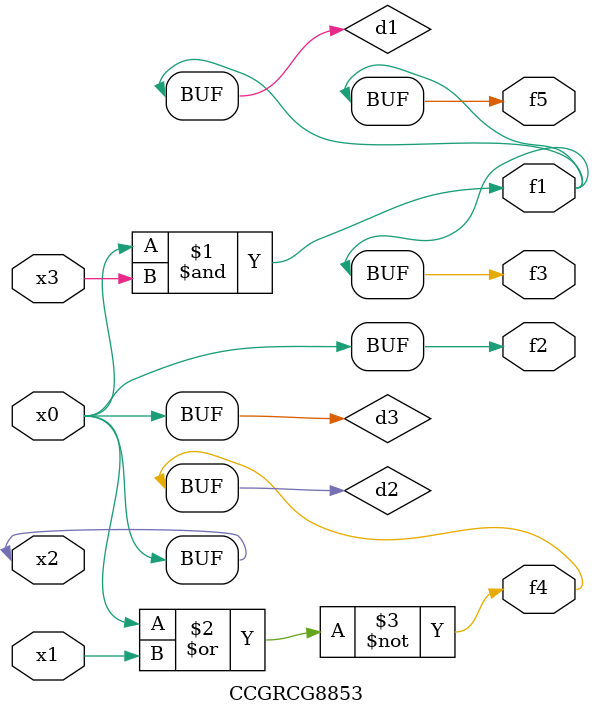
<source format=v>
module CCGRCG8853(
	input x0, x1, x2, x3,
	output f1, f2, f3, f4, f5
);

	wire d1, d2, d3;

	and (d1, x2, x3);
	nor (d2, x0, x1);
	buf (d3, x0, x2);
	assign f1 = d1;
	assign f2 = d3;
	assign f3 = d1;
	assign f4 = d2;
	assign f5 = d1;
endmodule

</source>
